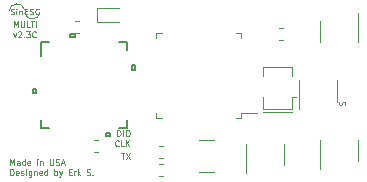
<source format=gbr>
%TF.GenerationSoftware,KiCad,Pcbnew,(5.1.6)-1*%
%TF.CreationDate,2020-12-28T23:38:13-08:00*%
%TF.ProjectId,SinESC-Multi,53696e45-5343-42d4-9d75-6c74692e6b69,2.3C*%
%TF.SameCoordinates,Original*%
%TF.FileFunction,Legend,Top*%
%TF.FilePolarity,Positive*%
%FSLAX46Y46*%
G04 Gerber Fmt 4.6, Leading zero omitted, Abs format (unit mm)*
G04 Created by KiCad (PCBNEW (5.1.6)-1) date 2020-12-28 23:38:13*
%MOMM*%
%LPD*%
G01*
G04 APERTURE LIST*
%ADD10C,0.100000*%
%ADD11C,0.060000*%
%ADD12C,0.120000*%
%ADD13C,0.152400*%
G04 APERTURE END LIST*
D10*
X15234047Y-28776190D02*
X15234047Y-28276190D01*
X15400714Y-28633333D01*
X15567380Y-28276190D01*
X15567380Y-28776190D01*
X16019761Y-28776190D02*
X16019761Y-28514285D01*
X15995952Y-28466666D01*
X15948333Y-28442857D01*
X15853095Y-28442857D01*
X15805476Y-28466666D01*
X16019761Y-28752380D02*
X15972142Y-28776190D01*
X15853095Y-28776190D01*
X15805476Y-28752380D01*
X15781666Y-28704761D01*
X15781666Y-28657142D01*
X15805476Y-28609523D01*
X15853095Y-28585714D01*
X15972142Y-28585714D01*
X16019761Y-28561904D01*
X16472142Y-28776190D02*
X16472142Y-28276190D01*
X16472142Y-28752380D02*
X16424523Y-28776190D01*
X16329285Y-28776190D01*
X16281666Y-28752380D01*
X16257857Y-28728571D01*
X16234047Y-28680952D01*
X16234047Y-28538095D01*
X16257857Y-28490476D01*
X16281666Y-28466666D01*
X16329285Y-28442857D01*
X16424523Y-28442857D01*
X16472142Y-28466666D01*
X16900714Y-28752380D02*
X16853095Y-28776190D01*
X16757857Y-28776190D01*
X16710238Y-28752380D01*
X16686428Y-28704761D01*
X16686428Y-28514285D01*
X16710238Y-28466666D01*
X16757857Y-28442857D01*
X16853095Y-28442857D01*
X16900714Y-28466666D01*
X16924523Y-28514285D01*
X16924523Y-28561904D01*
X16686428Y-28609523D01*
X17519761Y-28776190D02*
X17519761Y-28442857D01*
X17519761Y-28276190D02*
X17495952Y-28300000D01*
X17519761Y-28323809D01*
X17543571Y-28300000D01*
X17519761Y-28276190D01*
X17519761Y-28323809D01*
X17757857Y-28442857D02*
X17757857Y-28776190D01*
X17757857Y-28490476D02*
X17781666Y-28466666D01*
X17829285Y-28442857D01*
X17900714Y-28442857D01*
X17948333Y-28466666D01*
X17972142Y-28514285D01*
X17972142Y-28776190D01*
X18591190Y-28276190D02*
X18591190Y-28680952D01*
X18615000Y-28728571D01*
X18638809Y-28752380D01*
X18686428Y-28776190D01*
X18781666Y-28776190D01*
X18829285Y-28752380D01*
X18853095Y-28728571D01*
X18876904Y-28680952D01*
X18876904Y-28276190D01*
X19091190Y-28752380D02*
X19162619Y-28776190D01*
X19281666Y-28776190D01*
X19329285Y-28752380D01*
X19353095Y-28728571D01*
X19376904Y-28680952D01*
X19376904Y-28633333D01*
X19353095Y-28585714D01*
X19329285Y-28561904D01*
X19281666Y-28538095D01*
X19186428Y-28514285D01*
X19138809Y-28490476D01*
X19115000Y-28466666D01*
X19091190Y-28419047D01*
X19091190Y-28371428D01*
X19115000Y-28323809D01*
X19138809Y-28300000D01*
X19186428Y-28276190D01*
X19305476Y-28276190D01*
X19376904Y-28300000D01*
X19567380Y-28633333D02*
X19805476Y-28633333D01*
X19519761Y-28776190D02*
X19686428Y-28276190D01*
X19853095Y-28776190D01*
X43552380Y-23689761D02*
X43576190Y-23618333D01*
X43576190Y-23499285D01*
X43552380Y-23451666D01*
X43528571Y-23427857D01*
X43480952Y-23404047D01*
X43433333Y-23404047D01*
X43385714Y-23427857D01*
X43361904Y-23451666D01*
X43338095Y-23499285D01*
X43314285Y-23594523D01*
X43290476Y-23642142D01*
X43266666Y-23665952D01*
X43219047Y-23689761D01*
X43171428Y-23689761D01*
X43123809Y-23665952D01*
X43100000Y-23642142D01*
X43076190Y-23594523D01*
X43076190Y-23475476D01*
X43100000Y-23404047D01*
X15234047Y-29626190D02*
X15234047Y-29126190D01*
X15353095Y-29126190D01*
X15424523Y-29150000D01*
X15472142Y-29197619D01*
X15495952Y-29245238D01*
X15519761Y-29340476D01*
X15519761Y-29411904D01*
X15495952Y-29507142D01*
X15472142Y-29554761D01*
X15424523Y-29602380D01*
X15353095Y-29626190D01*
X15234047Y-29626190D01*
X15924523Y-29602380D02*
X15876904Y-29626190D01*
X15781666Y-29626190D01*
X15734047Y-29602380D01*
X15710238Y-29554761D01*
X15710238Y-29364285D01*
X15734047Y-29316666D01*
X15781666Y-29292857D01*
X15876904Y-29292857D01*
X15924523Y-29316666D01*
X15948333Y-29364285D01*
X15948333Y-29411904D01*
X15710238Y-29459523D01*
X16138809Y-29602380D02*
X16186428Y-29626190D01*
X16281666Y-29626190D01*
X16329285Y-29602380D01*
X16353095Y-29554761D01*
X16353095Y-29530952D01*
X16329285Y-29483333D01*
X16281666Y-29459523D01*
X16210238Y-29459523D01*
X16162619Y-29435714D01*
X16138809Y-29388095D01*
X16138809Y-29364285D01*
X16162619Y-29316666D01*
X16210238Y-29292857D01*
X16281666Y-29292857D01*
X16329285Y-29316666D01*
X16567380Y-29626190D02*
X16567380Y-29292857D01*
X16567380Y-29126190D02*
X16543571Y-29150000D01*
X16567380Y-29173809D01*
X16591190Y-29150000D01*
X16567380Y-29126190D01*
X16567380Y-29173809D01*
X17019761Y-29292857D02*
X17019761Y-29697619D01*
X16995952Y-29745238D01*
X16972142Y-29769047D01*
X16924523Y-29792857D01*
X16853095Y-29792857D01*
X16805476Y-29769047D01*
X17019761Y-29602380D02*
X16972142Y-29626190D01*
X16876904Y-29626190D01*
X16829285Y-29602380D01*
X16805476Y-29578571D01*
X16781666Y-29530952D01*
X16781666Y-29388095D01*
X16805476Y-29340476D01*
X16829285Y-29316666D01*
X16876904Y-29292857D01*
X16972142Y-29292857D01*
X17019761Y-29316666D01*
X17257857Y-29292857D02*
X17257857Y-29626190D01*
X17257857Y-29340476D02*
X17281666Y-29316666D01*
X17329285Y-29292857D01*
X17400714Y-29292857D01*
X17448333Y-29316666D01*
X17472142Y-29364285D01*
X17472142Y-29626190D01*
X17900714Y-29602380D02*
X17853095Y-29626190D01*
X17757857Y-29626190D01*
X17710238Y-29602380D01*
X17686428Y-29554761D01*
X17686428Y-29364285D01*
X17710238Y-29316666D01*
X17757857Y-29292857D01*
X17853095Y-29292857D01*
X17900714Y-29316666D01*
X17924523Y-29364285D01*
X17924523Y-29411904D01*
X17686428Y-29459523D01*
X18353095Y-29626190D02*
X18353095Y-29126190D01*
X18353095Y-29602380D02*
X18305476Y-29626190D01*
X18210238Y-29626190D01*
X18162619Y-29602380D01*
X18138809Y-29578571D01*
X18115000Y-29530952D01*
X18115000Y-29388095D01*
X18138809Y-29340476D01*
X18162619Y-29316666D01*
X18210238Y-29292857D01*
X18305476Y-29292857D01*
X18353095Y-29316666D01*
X18972142Y-29626190D02*
X18972142Y-29126190D01*
X18972142Y-29316666D02*
X19019761Y-29292857D01*
X19115000Y-29292857D01*
X19162619Y-29316666D01*
X19186428Y-29340476D01*
X19210238Y-29388095D01*
X19210238Y-29530952D01*
X19186428Y-29578571D01*
X19162619Y-29602380D01*
X19115000Y-29626190D01*
X19019761Y-29626190D01*
X18972142Y-29602380D01*
X19376904Y-29292857D02*
X19495952Y-29626190D01*
X19615000Y-29292857D02*
X19495952Y-29626190D01*
X19448333Y-29745238D01*
X19424523Y-29769047D01*
X19376904Y-29792857D01*
X20186428Y-29364285D02*
X20353095Y-29364285D01*
X20424523Y-29626190D02*
X20186428Y-29626190D01*
X20186428Y-29126190D01*
X20424523Y-29126190D01*
X20638809Y-29626190D02*
X20638809Y-29292857D01*
X20638809Y-29388095D02*
X20662619Y-29340476D01*
X20686428Y-29316666D01*
X20734047Y-29292857D01*
X20781666Y-29292857D01*
X20948333Y-29626190D02*
X20948333Y-29126190D01*
X20995952Y-29435714D02*
X21138809Y-29626190D01*
X21138809Y-29292857D02*
X20948333Y-29483333D01*
X21710238Y-29602380D02*
X21781666Y-29626190D01*
X21900714Y-29626190D01*
X21948333Y-29602380D01*
X21972142Y-29578571D01*
X21995952Y-29530952D01*
X21995952Y-29483333D01*
X21972142Y-29435714D01*
X21948333Y-29411904D01*
X21900714Y-29388095D01*
X21805476Y-29364285D01*
X21757857Y-29340476D01*
X21734047Y-29316666D01*
X21710238Y-29269047D01*
X21710238Y-29221428D01*
X21734047Y-29173809D01*
X21757857Y-29150000D01*
X21805476Y-29126190D01*
X21924523Y-29126190D01*
X21995952Y-29150000D01*
X22210238Y-29578571D02*
X22234047Y-29602380D01*
X22210238Y-29626190D01*
X22186428Y-29602380D01*
X22210238Y-29578571D01*
X22210238Y-29626190D01*
X24612619Y-27776190D02*
X24898333Y-27776190D01*
X24755476Y-28276190D02*
X24755476Y-27776190D01*
X25017380Y-27776190D02*
X25350714Y-28276190D01*
X25350714Y-27776190D02*
X25017380Y-28276190D01*
X24419761Y-27128571D02*
X24395952Y-27152380D01*
X24324523Y-27176190D01*
X24276904Y-27176190D01*
X24205476Y-27152380D01*
X24157857Y-27104761D01*
X24134047Y-27057142D01*
X24110238Y-26961904D01*
X24110238Y-26890476D01*
X24134047Y-26795238D01*
X24157857Y-26747619D01*
X24205476Y-26700000D01*
X24276904Y-26676190D01*
X24324523Y-26676190D01*
X24395952Y-26700000D01*
X24419761Y-26723809D01*
X24872142Y-27176190D02*
X24634047Y-27176190D01*
X24634047Y-26676190D01*
X25038809Y-27176190D02*
X25038809Y-26676190D01*
X25324523Y-27176190D02*
X25110238Y-26890476D01*
X25324523Y-26676190D02*
X25038809Y-26961904D01*
X24284047Y-26326190D02*
X24284047Y-25826190D01*
X24403095Y-25826190D01*
X24474523Y-25850000D01*
X24522142Y-25897619D01*
X24545952Y-25945238D01*
X24569761Y-26040476D01*
X24569761Y-26111904D01*
X24545952Y-26207142D01*
X24522142Y-26254761D01*
X24474523Y-26302380D01*
X24403095Y-26326190D01*
X24284047Y-26326190D01*
X24784047Y-26326190D02*
X24784047Y-25826190D01*
X25117380Y-25826190D02*
X25212619Y-25826190D01*
X25260238Y-25850000D01*
X25307857Y-25897619D01*
X25331666Y-25992857D01*
X25331666Y-26159523D01*
X25307857Y-26254761D01*
X25260238Y-26302380D01*
X25212619Y-26326190D01*
X25117380Y-26326190D01*
X25069761Y-26302380D01*
X25022142Y-26254761D01*
X24998333Y-26159523D01*
X24998333Y-25992857D01*
X25022142Y-25897619D01*
X25069761Y-25850000D01*
X25117380Y-25826190D01*
D11*
X17765111Y-15801241D02*
G75*
G02*
X16450001Y-15899999I-665111J51241D01*
G01*
X15134890Y-15748758D02*
G75*
G02*
X16450000Y-15650000I665111J-51241D01*
G01*
D10*
X15534047Y-17101190D02*
X15534047Y-16601190D01*
X15700714Y-16958333D01*
X15867380Y-16601190D01*
X15867380Y-17101190D01*
X16105476Y-16601190D02*
X16105476Y-17005952D01*
X16129285Y-17053571D01*
X16153095Y-17077380D01*
X16200714Y-17101190D01*
X16295952Y-17101190D01*
X16343571Y-17077380D01*
X16367380Y-17053571D01*
X16391190Y-17005952D01*
X16391190Y-16601190D01*
X16867380Y-17101190D02*
X16629285Y-17101190D01*
X16629285Y-16601190D01*
X16962619Y-16601190D02*
X17248333Y-16601190D01*
X17105476Y-17101190D02*
X17105476Y-16601190D01*
X17415000Y-17101190D02*
X17415000Y-16601190D01*
X15486428Y-17617857D02*
X15605476Y-17951190D01*
X15724523Y-17617857D01*
X15891190Y-17498809D02*
X15915000Y-17475000D01*
X15962619Y-17451190D01*
X16081666Y-17451190D01*
X16129285Y-17475000D01*
X16153095Y-17498809D01*
X16176904Y-17546428D01*
X16176904Y-17594047D01*
X16153095Y-17665476D01*
X15867380Y-17951190D01*
X16176904Y-17951190D01*
X16391190Y-17903571D02*
X16415000Y-17927380D01*
X16391190Y-17951190D01*
X16367380Y-17927380D01*
X16391190Y-17903571D01*
X16391190Y-17951190D01*
X16581666Y-17451190D02*
X16891190Y-17451190D01*
X16724523Y-17641666D01*
X16795952Y-17641666D01*
X16843571Y-17665476D01*
X16867380Y-17689285D01*
X16891190Y-17736904D01*
X16891190Y-17855952D01*
X16867380Y-17903571D01*
X16843571Y-17927380D01*
X16795952Y-17951190D01*
X16653095Y-17951190D01*
X16605476Y-17927380D01*
X16581666Y-17903571D01*
X17391190Y-17903571D02*
X17367380Y-17927380D01*
X17295952Y-17951190D01*
X17248333Y-17951190D01*
X17176904Y-17927380D01*
X17129285Y-17879761D01*
X17105476Y-17832142D01*
X17081666Y-17736904D01*
X17081666Y-17665476D01*
X17105476Y-17570238D01*
X17129285Y-17522619D01*
X17176904Y-17475000D01*
X17248333Y-17451190D01*
X17295952Y-17451190D01*
X17367380Y-17475000D01*
X17391190Y-17498809D01*
X15260238Y-16002380D02*
X15331666Y-16026190D01*
X15450714Y-16026190D01*
X15498333Y-16002380D01*
X15522142Y-15978571D01*
X15545952Y-15930952D01*
X15545952Y-15883333D01*
X15522142Y-15835714D01*
X15498333Y-15811904D01*
X15450714Y-15788095D01*
X15355476Y-15764285D01*
X15307857Y-15740476D01*
X15284047Y-15716666D01*
X15260238Y-15669047D01*
X15260238Y-15621428D01*
X15284047Y-15573809D01*
X15307857Y-15550000D01*
X15355476Y-15526190D01*
X15474523Y-15526190D01*
X15545952Y-15550000D01*
X15760238Y-16026190D02*
X15760238Y-15692857D01*
X15760238Y-15526190D02*
X15736428Y-15550000D01*
X15760238Y-15573809D01*
X15784047Y-15550000D01*
X15760238Y-15526190D01*
X15760238Y-15573809D01*
X15998333Y-15692857D02*
X15998333Y-16026190D01*
X15998333Y-15740476D02*
X16022142Y-15716666D01*
X16069761Y-15692857D01*
X16141190Y-15692857D01*
X16188809Y-15716666D01*
X16212619Y-15764285D01*
X16212619Y-16026190D01*
X16450714Y-15764285D02*
X16617380Y-15764285D01*
X16688809Y-16026190D02*
X16450714Y-16026190D01*
X16450714Y-15526190D01*
X16688809Y-15526190D01*
X16879285Y-16002380D02*
X16950714Y-16026190D01*
X17069761Y-16026190D01*
X17117380Y-16002380D01*
X17141190Y-15978571D01*
X17165000Y-15930952D01*
X17165000Y-15883333D01*
X17141190Y-15835714D01*
X17117380Y-15811904D01*
X17069761Y-15788095D01*
X16974523Y-15764285D01*
X16926904Y-15740476D01*
X16903095Y-15716666D01*
X16879285Y-15669047D01*
X16879285Y-15621428D01*
X16903095Y-15573809D01*
X16926904Y-15550000D01*
X16974523Y-15526190D01*
X17093571Y-15526190D01*
X17165000Y-15550000D01*
X17665000Y-15978571D02*
X17641190Y-16002380D01*
X17569761Y-16026190D01*
X17522142Y-16026190D01*
X17450714Y-16002380D01*
X17403095Y-15954761D01*
X17379285Y-15907142D01*
X17355476Y-15811904D01*
X17355476Y-15740476D01*
X17379285Y-15645238D01*
X17403095Y-15597619D01*
X17450714Y-15550000D01*
X17522142Y-15526190D01*
X17569761Y-15526190D01*
X17641190Y-15550000D01*
X17665000Y-15573809D01*
D12*
%TO.C,L1*%
X32452064Y-26640000D02*
X31247936Y-26640000D01*
X32452064Y-29360000D02*
X31247936Y-29360000D01*
%TO.C,U1*%
X34810000Y-24347500D02*
X36100000Y-24347500D01*
X34810000Y-24797500D02*
X34810000Y-24347500D01*
X34360000Y-24797500D02*
X34810000Y-24797500D01*
X27590000Y-24797500D02*
X27590000Y-24347500D01*
X28040000Y-24797500D02*
X27590000Y-24797500D01*
X34810000Y-17577500D02*
X34810000Y-18027500D01*
X34360000Y-17577500D02*
X34810000Y-17577500D01*
X27590000Y-17577500D02*
X27590000Y-18027500D01*
X28040000Y-17577500D02*
X27590000Y-17577500D01*
%TO.C,C21*%
X21062779Y-16540000D02*
X20737221Y-16540000D01*
X21062779Y-17560000D02*
X20737221Y-17560000D01*
%TO.C,C22*%
X22337221Y-27710000D02*
X22662779Y-27710000D01*
X22337221Y-26690000D02*
X22662779Y-26690000D01*
%TO.C,C13*%
X37987221Y-18160000D02*
X38312779Y-18160000D01*
X37987221Y-17140000D02*
X38312779Y-17140000D01*
%TO.C,D1*%
X24400000Y-16650000D02*
X22550000Y-16650000D01*
X24400000Y-15450000D02*
X22550000Y-15450000D01*
X22550000Y-15450000D02*
X22550000Y-16650000D01*
%TO.C,U2*%
X44685000Y-18350000D02*
X44685000Y-15900000D01*
X41465000Y-16550000D02*
X41465000Y-18350000D01*
%TO.C,U3*%
X39690000Y-21600000D02*
X39690000Y-24050000D01*
X42910000Y-23400000D02*
X42910000Y-21600000D01*
D13*
%TO.C,U4*%
X17440801Y-22309499D02*
X17440801Y-22690499D01*
X17186801Y-22309499D02*
X17440801Y-22309499D01*
X17186801Y-22690499D02*
X17186801Y-22309499D01*
X17440801Y-22690499D02*
X17186801Y-22690499D01*
X20309499Y-17940801D02*
X20309499Y-17686801D01*
X20690499Y-17940801D02*
X20309499Y-17940801D01*
X20690499Y-17686801D02*
X20690499Y-17940801D01*
X20309499Y-17686801D02*
X20690499Y-17686801D01*
X25559199Y-20309500D02*
X25559199Y-20690500D01*
X25813199Y-20309500D02*
X25559199Y-20309500D01*
X25813199Y-20690500D02*
X25813199Y-20309500D01*
X25559199Y-20690500D02*
X25813199Y-20690500D01*
X23309501Y-26059199D02*
X23309501Y-26313199D01*
X23690501Y-26059199D02*
X23309501Y-26059199D01*
X23690501Y-26313199D02*
X23690501Y-26059199D01*
X23309501Y-26313199D02*
X23690501Y-26313199D01*
X17867800Y-24959740D02*
X17867800Y-25632200D01*
X18540260Y-18367800D02*
X17867800Y-18367800D01*
X25132200Y-19040260D02*
X25132200Y-18367800D01*
X24459740Y-25632200D02*
X25132200Y-25632200D01*
X17867800Y-25632200D02*
X18540260Y-25632200D01*
X17867800Y-18367800D02*
X17867800Y-19540259D01*
X25132200Y-18367800D02*
X24459740Y-18367800D01*
X25132200Y-25632200D02*
X25132200Y-24959740D01*
D12*
%TO.C,U5*%
X41465000Y-26650000D02*
X41465000Y-29100000D01*
X44685000Y-28450000D02*
X44685000Y-26650000D01*
%TO.C,Y1*%
X38650000Y-24250000D02*
X39050000Y-24250000D01*
X38650000Y-24050000D02*
X39050000Y-24050000D01*
X38650000Y-20450000D02*
X39050000Y-20450000D01*
X36650000Y-24250000D02*
X38650000Y-24250000D01*
X39050000Y-23050000D02*
X39450000Y-23050000D01*
X39050000Y-23050000D02*
X39050000Y-24050000D01*
X38650000Y-24050000D02*
X36650000Y-24050000D01*
X36650000Y-24050000D02*
X36650000Y-23050000D01*
X36650000Y-21250000D02*
X36650000Y-20450000D01*
X36650000Y-20450000D02*
X38650000Y-20450000D01*
X39050000Y-20450000D02*
X39050000Y-21250000D01*
%TO.C,C34*%
X27837221Y-29710000D02*
X28162779Y-29710000D01*
X27837221Y-28690000D02*
X28162779Y-28690000D01*
%TO.C,C35*%
X27837221Y-28160000D02*
X28162779Y-28160000D01*
X27837221Y-27140000D02*
X28162779Y-27140000D01*
%TO.C,U6*%
X35190000Y-27000000D02*
X35190000Y-29450000D01*
X38410000Y-28800000D02*
X38410000Y-27000000D01*
%TD*%
M02*

</source>
